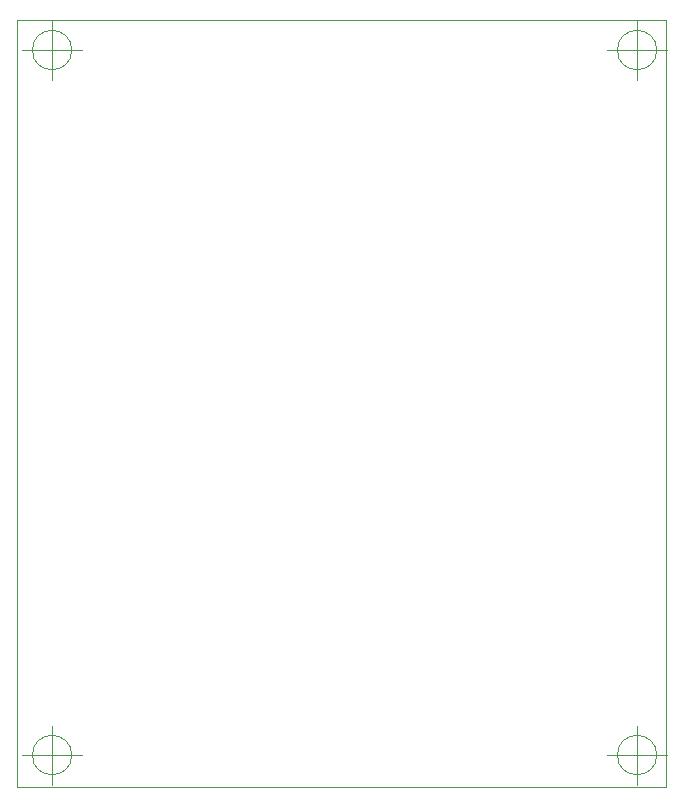
<source format=gbr>
%TF.GenerationSoftware,KiCad,Pcbnew,(5.1.6)-1*%
%TF.CreationDate,2021-11-05T07:23:51-03:00*%
%TF.ProjectId,PS2-MSX-F1,5053322d-4d53-4582-9d46-312e6b696361,rev?*%
%TF.SameCoordinates,Original*%
%TF.FileFunction,Profile,NP*%
%FSLAX46Y46*%
G04 Gerber Fmt 4.6, Leading zero omitted, Abs format (unit mm)*
G04 Created by KiCad (PCBNEW (5.1.6)-1) date 2021-11-05 07:23:51*
%MOMM*%
%LPD*%
G01*
G04 APERTURE LIST*
%TA.AperFunction,Profile*%
%ADD10C,0.050000*%
%TD*%
G04 APERTURE END LIST*
D10*
X128666666Y-134620000D02*
G75*
G03*
X128666666Y-134620000I-1666666J0D01*
G01*
X124500000Y-134620000D02*
X129500000Y-134620000D01*
X127000000Y-132120000D02*
X127000000Y-137120000D01*
X128666666Y-74930000D02*
G75*
G03*
X128666666Y-74930000I-1666666J0D01*
G01*
X124500000Y-74930000D02*
X129500000Y-74930000D01*
X127000000Y-72430000D02*
X127000000Y-77430000D01*
X178196666Y-74930000D02*
G75*
G03*
X178196666Y-74930000I-1666666J0D01*
G01*
X174030000Y-74930000D02*
X179030000Y-74930000D01*
X176530000Y-72430000D02*
X176530000Y-77430000D01*
X178196666Y-134620000D02*
G75*
G03*
X178196666Y-134620000I-1666666J0D01*
G01*
X174030000Y-134620000D02*
X179030000Y-134620000D01*
X176530000Y-132120000D02*
X176530000Y-137120000D01*
X179000000Y-137365000D02*
X179000000Y-72365000D01*
X124000000Y-137365000D02*
X179000000Y-137365000D01*
X123997720Y-72364600D02*
X123997720Y-137364600D01*
X179000000Y-72365000D02*
X124000000Y-72365000D01*
M02*

</source>
